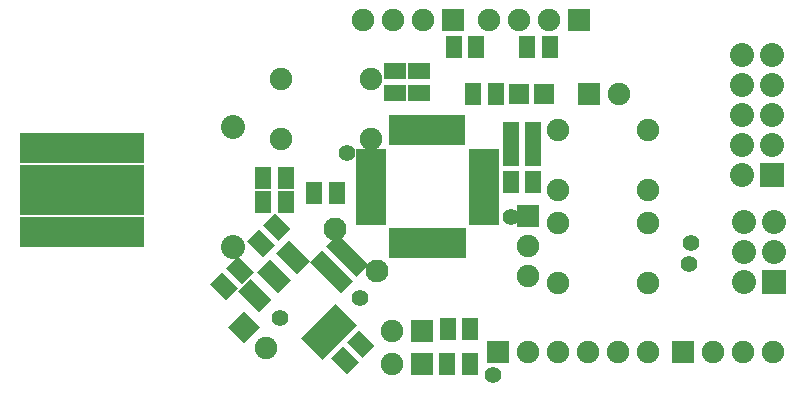
<source format=gts>
G04 (created by PCBNEW-RS274X (2012-02-05 BZR 3258)-stable) date Пнд 26 Мар 2012 00:08:15*
G01*
G70*
G90*
%MOIN*%
G04 Gerber Fmt 3.4, Leading zero omitted, Abs format*
%FSLAX34Y34*%
G04 APERTURE LIST*
%ADD10C,0.006000*%
%ADD11R,0.098700X0.037700*%
%ADD12R,0.037700X0.098700*%
%ADD13C,0.075000*%
%ADD14R,0.075000X0.055000*%
%ADD15R,0.055000X0.075000*%
%ADD16R,0.075000X0.075000*%
%ADD17C,0.080000*%
%ADD18R,0.080000X0.080000*%
%ADD19R,0.067200X0.067200*%
%ADD20C,0.076000*%
%ADD21R,0.413700X0.086900*%
%ADD22R,0.413700X0.098700*%
%ADD23C,0.055000*%
G04 APERTURE END LIST*
G54D10*
G54D11*
X70204Y-27893D03*
X70204Y-27578D03*
X70204Y-27263D03*
X70204Y-26948D03*
X70204Y-26633D03*
X70204Y-26318D03*
X70204Y-26003D03*
X70204Y-25688D03*
X73970Y-25690D03*
X73970Y-27900D03*
X73970Y-27580D03*
X73970Y-27260D03*
X73970Y-26950D03*
X73970Y-26630D03*
X73970Y-26320D03*
X73970Y-26000D03*
G54D12*
X70988Y-24900D03*
X71302Y-24900D03*
X71618Y-24900D03*
X71932Y-24900D03*
X72248Y-24900D03*
X72562Y-24900D03*
X72878Y-24900D03*
X73192Y-24900D03*
X70990Y-28680D03*
X71300Y-28680D03*
X71620Y-28680D03*
X71930Y-28680D03*
X72240Y-28680D03*
X72560Y-28680D03*
X72880Y-28680D03*
X73200Y-28680D03*
G54D13*
X79450Y-28000D03*
X79450Y-30000D03*
X76450Y-28000D03*
X76450Y-30000D03*
X79450Y-24900D03*
X79450Y-26900D03*
X76450Y-24900D03*
X76450Y-26900D03*
X67200Y-25200D03*
X67200Y-23200D03*
X70200Y-25200D03*
X70200Y-23200D03*
G54D10*
G36*
X69045Y-30686D02*
X69752Y-31393D01*
X68593Y-32552D01*
X67886Y-31845D01*
X69045Y-30686D01*
X69045Y-30686D01*
G37*
G36*
X66840Y-29215D02*
X67547Y-29922D01*
X67122Y-30347D01*
X66415Y-29640D01*
X66840Y-29215D01*
X66840Y-29215D01*
G37*
G36*
X66203Y-29851D02*
X66910Y-30558D01*
X66485Y-30983D01*
X65778Y-30276D01*
X66203Y-29851D01*
X66203Y-29851D01*
G37*
G36*
X67476Y-28578D02*
X68183Y-29285D01*
X67758Y-29710D01*
X67051Y-29003D01*
X67476Y-28578D01*
X67476Y-28578D01*
G37*
G54D14*
X71800Y-23675D03*
X71800Y-22925D03*
X71000Y-23675D03*
X71000Y-22925D03*
G54D15*
X75625Y-25750D03*
X74875Y-25750D03*
X75625Y-25000D03*
X74875Y-25000D03*
X75425Y-22150D03*
X76175Y-22150D03*
X72975Y-22150D03*
X73725Y-22150D03*
X67375Y-27300D03*
X66625Y-27300D03*
X67375Y-26500D03*
X66625Y-26500D03*
G54D10*
G36*
X66606Y-29125D02*
X66075Y-28594D01*
X66464Y-28205D01*
X66995Y-28736D01*
X66606Y-29125D01*
X66606Y-29125D01*
G37*
G36*
X67136Y-28595D02*
X66605Y-28064D01*
X66994Y-27675D01*
X67525Y-28206D01*
X67136Y-28595D01*
X67136Y-28595D01*
G37*
G54D15*
X74865Y-26640D03*
X75615Y-26640D03*
X73495Y-32700D03*
X72745Y-32700D03*
X73515Y-31520D03*
X72765Y-31520D03*
G54D10*
G36*
X69406Y-33025D02*
X68875Y-32494D01*
X69264Y-32105D01*
X69795Y-32636D01*
X69406Y-33025D01*
X69406Y-33025D01*
G37*
G36*
X69936Y-32495D02*
X69405Y-31964D01*
X69794Y-31575D01*
X70325Y-32106D01*
X69936Y-32495D01*
X69936Y-32495D01*
G37*
G36*
X69094Y-28375D02*
X69625Y-28906D01*
X69236Y-29295D01*
X68705Y-28764D01*
X69094Y-28375D01*
X69094Y-28375D01*
G37*
G36*
X68564Y-28905D02*
X69095Y-29436D01*
X68706Y-29825D01*
X68175Y-29294D01*
X68564Y-28905D01*
X68564Y-28905D01*
G37*
G36*
X69594Y-28875D02*
X70125Y-29406D01*
X69736Y-29795D01*
X69205Y-29264D01*
X69594Y-28875D01*
X69594Y-28875D01*
G37*
G36*
X69064Y-29405D02*
X69595Y-29936D01*
X69206Y-30325D01*
X68675Y-29794D01*
X69064Y-29405D01*
X69064Y-29405D01*
G37*
G54D15*
X74375Y-23700D03*
X73625Y-23700D03*
G54D16*
X74440Y-32300D03*
G54D13*
X75440Y-32300D03*
X76440Y-32300D03*
X77440Y-32300D03*
X78440Y-32300D03*
X79440Y-32300D03*
G54D16*
X72950Y-21250D03*
G54D13*
X71950Y-21250D03*
X70950Y-21250D03*
X69950Y-21250D03*
G54D16*
X80620Y-32300D03*
G54D13*
X81620Y-32300D03*
X82620Y-32300D03*
X83620Y-32300D03*
G54D16*
X71900Y-32700D03*
G54D13*
X70900Y-32700D03*
G54D16*
X77480Y-23700D03*
G54D13*
X78480Y-23700D03*
G54D16*
X71900Y-31600D03*
G54D13*
X70900Y-31600D03*
G54D17*
X65600Y-24800D03*
X65600Y-28800D03*
G54D18*
X83580Y-26400D03*
G54D17*
X82580Y-26400D03*
X83580Y-25400D03*
X82580Y-25400D03*
X83580Y-24400D03*
X82580Y-24400D03*
X83580Y-23400D03*
X82580Y-23400D03*
X83580Y-22400D03*
X82580Y-22400D03*
G54D18*
X83640Y-29960D03*
G54D17*
X82640Y-29960D03*
X83640Y-28960D03*
X82640Y-28960D03*
X83640Y-27960D03*
X82640Y-27960D03*
G54D19*
X75137Y-23700D03*
X75963Y-23700D03*
G54D20*
X70407Y-29607D03*
X68993Y-28193D03*
G54D10*
G36*
X62648Y-27807D02*
X62648Y-28793D01*
X58512Y-28793D01*
X58512Y-27807D01*
X62648Y-27807D01*
X62648Y-27807D01*
G37*
G36*
X62648Y-26866D02*
X62648Y-27734D01*
X58512Y-27734D01*
X58512Y-26866D01*
X62648Y-26866D01*
X62648Y-26866D01*
G37*
G54D21*
X60580Y-26500D03*
G54D22*
X60580Y-25500D03*
G54D10*
G36*
X65774Y-29115D02*
X66305Y-29646D01*
X65916Y-30035D01*
X65385Y-29504D01*
X65774Y-29115D01*
X65774Y-29115D01*
G37*
G36*
X65244Y-29645D02*
X65775Y-30176D01*
X65386Y-30565D01*
X64855Y-30034D01*
X65244Y-29645D01*
X65244Y-29645D01*
G37*
G54D15*
X69075Y-27000D03*
X68325Y-27000D03*
G54D16*
X75440Y-27760D03*
G54D13*
X75440Y-28760D03*
X75440Y-29760D03*
G54D16*
X77150Y-21250D03*
G54D13*
X76150Y-21250D03*
X75150Y-21250D03*
X74150Y-21250D03*
G54D10*
G36*
X65456Y-31466D02*
X65986Y-30936D01*
X66516Y-31466D01*
X65986Y-31996D01*
X65456Y-31466D01*
X65456Y-31466D01*
G37*
G54D13*
X66694Y-32174D03*
G54D23*
X80820Y-29380D03*
X80860Y-28660D03*
X74280Y-33080D03*
X69840Y-30500D03*
X67180Y-31160D03*
X69400Y-25660D03*
X74860Y-27800D03*
M02*

</source>
